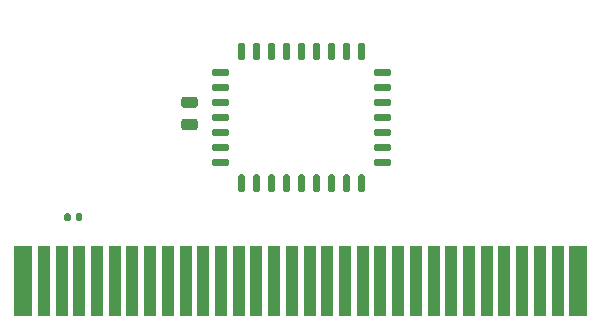
<source format=gtp>
%TF.GenerationSoftware,KiCad,Pcbnew,(5.1.8)-1*%
%TF.CreationDate,2020-12-20T15:01:14+01:00*%
%TF.ProjectId,GBA Cart,47424120-4361-4727-942e-6b696361645f,rev?*%
%TF.SameCoordinates,Original*%
%TF.FileFunction,Paste,Top*%
%TF.FilePolarity,Positive*%
%FSLAX46Y46*%
G04 Gerber Fmt 4.6, Leading zero omitted, Abs format (unit mm)*
G04 Created by KiCad (PCBNEW (5.1.8)-1) date 2020-12-20 15:01:14*
%MOMM*%
%LPD*%
G01*
G04 APERTURE LIST*
%ADD10R,1.500000X6.000000*%
%ADD11R,1.000000X6.000000*%
G04 APERTURE END LIST*
%TO.C,R2*%
G36*
G01*
X31729200Y-48496000D02*
X31729200Y-48151000D01*
G75*
G02*
X31876700Y-48003500I147500J0D01*
G01*
X32171700Y-48003500D01*
G75*
G02*
X32319200Y-48151000I0J-147500D01*
G01*
X32319200Y-48496000D01*
G75*
G02*
X32171700Y-48643500I-147500J0D01*
G01*
X31876700Y-48643500D01*
G75*
G02*
X31729200Y-48496000I0J147500D01*
G01*
G37*
G36*
G01*
X30759200Y-48496000D02*
X30759200Y-48151000D01*
G75*
G02*
X30906700Y-48003500I147500J0D01*
G01*
X31201700Y-48003500D01*
G75*
G02*
X31349200Y-48151000I0J-147500D01*
G01*
X31349200Y-48496000D01*
G75*
G02*
X31201700Y-48643500I-147500J0D01*
G01*
X30906700Y-48643500D01*
G75*
G02*
X30759200Y-48496000I0J147500D01*
G01*
G37*
%TD*%
D10*
%TO.C,J1*%
X74297360Y-53715940D03*
D11*
X72547360Y-53715940D03*
X71047360Y-53715940D03*
X69547360Y-53715940D03*
X68047360Y-53715940D03*
X66547360Y-53715940D03*
X65047360Y-53715940D03*
X63547360Y-53715940D03*
X62047360Y-53715940D03*
X60547360Y-53715940D03*
X59047360Y-53715940D03*
X57547360Y-53715940D03*
X56047360Y-53715940D03*
X54547360Y-53715940D03*
X53047360Y-53715940D03*
X51547360Y-53715940D03*
X50047360Y-53715940D03*
X48547360Y-53715940D03*
X47047360Y-53715940D03*
X45547360Y-53715940D03*
X44047360Y-53715940D03*
X42547360Y-53715940D03*
X41047360Y-53715940D03*
X39547360Y-53715940D03*
X38047360Y-53715940D03*
X36547360Y-53715940D03*
X35047360Y-53715940D03*
X33547360Y-53715940D03*
X32047360Y-53715940D03*
X30547360Y-53715940D03*
X29047360Y-53715940D03*
D10*
X27297360Y-53715940D03*
%TD*%
%TO.C,C1*%
G36*
G01*
X40915250Y-39987700D02*
X41827750Y-39987700D01*
G75*
G02*
X42071500Y-40231450I0J-243750D01*
G01*
X42071500Y-40718950D01*
G75*
G02*
X41827750Y-40962700I-243750J0D01*
G01*
X40915250Y-40962700D01*
G75*
G02*
X40671500Y-40718950I0J243750D01*
G01*
X40671500Y-40231450D01*
G75*
G02*
X40915250Y-39987700I243750J0D01*
G01*
G37*
G36*
G01*
X40915250Y-38112700D02*
X41827750Y-38112700D01*
G75*
G02*
X42071500Y-38356450I0J-243750D01*
G01*
X42071500Y-38843950D01*
G75*
G02*
X41827750Y-39087700I-243750J0D01*
G01*
X40915250Y-39087700D01*
G75*
G02*
X40671500Y-38843950I0J243750D01*
G01*
X40671500Y-38356450D01*
G75*
G02*
X40915250Y-38112700I243750J0D01*
G01*
G37*
%TD*%
%TO.C,U1*%
G36*
G01*
X44613500Y-38908000D02*
X43438500Y-38908000D01*
G75*
G02*
X43288500Y-38758000I0J150000D01*
G01*
X43288500Y-38458000D01*
G75*
G02*
X43438500Y-38308000I150000J0D01*
G01*
X44613500Y-38308000D01*
G75*
G02*
X44763500Y-38458000I0J-150000D01*
G01*
X44763500Y-38758000D01*
G75*
G02*
X44613500Y-38908000I-150000J0D01*
G01*
G37*
G36*
G01*
X44613500Y-37638000D02*
X43438500Y-37638000D01*
G75*
G02*
X43288500Y-37488000I0J150000D01*
G01*
X43288500Y-37188000D01*
G75*
G02*
X43438500Y-37038000I150000J0D01*
G01*
X44613500Y-37038000D01*
G75*
G02*
X44763500Y-37188000I0J-150000D01*
G01*
X44763500Y-37488000D01*
G75*
G02*
X44613500Y-37638000I-150000J0D01*
G01*
G37*
G36*
G01*
X44613500Y-36368000D02*
X43438500Y-36368000D01*
G75*
G02*
X43288500Y-36218000I0J150000D01*
G01*
X43288500Y-35918000D01*
G75*
G02*
X43438500Y-35768000I150000J0D01*
G01*
X44613500Y-35768000D01*
G75*
G02*
X44763500Y-35918000I0J-150000D01*
G01*
X44763500Y-36218000D01*
G75*
G02*
X44613500Y-36368000I-150000J0D01*
G01*
G37*
G36*
G01*
X45933500Y-35053000D02*
X45633500Y-35053000D01*
G75*
G02*
X45483500Y-34903000I0J150000D01*
G01*
X45483500Y-33728000D01*
G75*
G02*
X45633500Y-33578000I150000J0D01*
G01*
X45933500Y-33578000D01*
G75*
G02*
X46083500Y-33728000I0J-150000D01*
G01*
X46083500Y-34903000D01*
G75*
G02*
X45933500Y-35053000I-150000J0D01*
G01*
G37*
G36*
G01*
X47203500Y-35053000D02*
X46903500Y-35053000D01*
G75*
G02*
X46753500Y-34903000I0J150000D01*
G01*
X46753500Y-33728000D01*
G75*
G02*
X46903500Y-33578000I150000J0D01*
G01*
X47203500Y-33578000D01*
G75*
G02*
X47353500Y-33728000I0J-150000D01*
G01*
X47353500Y-34903000D01*
G75*
G02*
X47203500Y-35053000I-150000J0D01*
G01*
G37*
G36*
G01*
X48473500Y-35053000D02*
X48173500Y-35053000D01*
G75*
G02*
X48023500Y-34903000I0J150000D01*
G01*
X48023500Y-33728000D01*
G75*
G02*
X48173500Y-33578000I150000J0D01*
G01*
X48473500Y-33578000D01*
G75*
G02*
X48623500Y-33728000I0J-150000D01*
G01*
X48623500Y-34903000D01*
G75*
G02*
X48473500Y-35053000I-150000J0D01*
G01*
G37*
G36*
G01*
X49743500Y-35053000D02*
X49443500Y-35053000D01*
G75*
G02*
X49293500Y-34903000I0J150000D01*
G01*
X49293500Y-33728000D01*
G75*
G02*
X49443500Y-33578000I150000J0D01*
G01*
X49743500Y-33578000D01*
G75*
G02*
X49893500Y-33728000I0J-150000D01*
G01*
X49893500Y-34903000D01*
G75*
G02*
X49743500Y-35053000I-150000J0D01*
G01*
G37*
G36*
G01*
X51013500Y-35053000D02*
X50713500Y-35053000D01*
G75*
G02*
X50563500Y-34903000I0J150000D01*
G01*
X50563500Y-33728000D01*
G75*
G02*
X50713500Y-33578000I150000J0D01*
G01*
X51013500Y-33578000D01*
G75*
G02*
X51163500Y-33728000I0J-150000D01*
G01*
X51163500Y-34903000D01*
G75*
G02*
X51013500Y-35053000I-150000J0D01*
G01*
G37*
G36*
G01*
X52283500Y-35053000D02*
X51983500Y-35053000D01*
G75*
G02*
X51833500Y-34903000I0J150000D01*
G01*
X51833500Y-33728000D01*
G75*
G02*
X51983500Y-33578000I150000J0D01*
G01*
X52283500Y-33578000D01*
G75*
G02*
X52433500Y-33728000I0J-150000D01*
G01*
X52433500Y-34903000D01*
G75*
G02*
X52283500Y-35053000I-150000J0D01*
G01*
G37*
G36*
G01*
X53553500Y-35053000D02*
X53253500Y-35053000D01*
G75*
G02*
X53103500Y-34903000I0J150000D01*
G01*
X53103500Y-33728000D01*
G75*
G02*
X53253500Y-33578000I150000J0D01*
G01*
X53553500Y-33578000D01*
G75*
G02*
X53703500Y-33728000I0J-150000D01*
G01*
X53703500Y-34903000D01*
G75*
G02*
X53553500Y-35053000I-150000J0D01*
G01*
G37*
G36*
G01*
X54823500Y-35053000D02*
X54523500Y-35053000D01*
G75*
G02*
X54373500Y-34903000I0J150000D01*
G01*
X54373500Y-33728000D01*
G75*
G02*
X54523500Y-33578000I150000J0D01*
G01*
X54823500Y-33578000D01*
G75*
G02*
X54973500Y-33728000I0J-150000D01*
G01*
X54973500Y-34903000D01*
G75*
G02*
X54823500Y-35053000I-150000J0D01*
G01*
G37*
G36*
G01*
X56093500Y-35053000D02*
X55793500Y-35053000D01*
G75*
G02*
X55643500Y-34903000I0J150000D01*
G01*
X55643500Y-33728000D01*
G75*
G02*
X55793500Y-33578000I150000J0D01*
G01*
X56093500Y-33578000D01*
G75*
G02*
X56243500Y-33728000I0J-150000D01*
G01*
X56243500Y-34903000D01*
G75*
G02*
X56093500Y-35053000I-150000J0D01*
G01*
G37*
G36*
G01*
X58288500Y-36368000D02*
X57113500Y-36368000D01*
G75*
G02*
X56963500Y-36218000I0J150000D01*
G01*
X56963500Y-35918000D01*
G75*
G02*
X57113500Y-35768000I150000J0D01*
G01*
X58288500Y-35768000D01*
G75*
G02*
X58438500Y-35918000I0J-150000D01*
G01*
X58438500Y-36218000D01*
G75*
G02*
X58288500Y-36368000I-150000J0D01*
G01*
G37*
G36*
G01*
X58288500Y-37638000D02*
X57113500Y-37638000D01*
G75*
G02*
X56963500Y-37488000I0J150000D01*
G01*
X56963500Y-37188000D01*
G75*
G02*
X57113500Y-37038000I150000J0D01*
G01*
X58288500Y-37038000D01*
G75*
G02*
X58438500Y-37188000I0J-150000D01*
G01*
X58438500Y-37488000D01*
G75*
G02*
X58288500Y-37638000I-150000J0D01*
G01*
G37*
G36*
G01*
X58288500Y-38908000D02*
X57113500Y-38908000D01*
G75*
G02*
X56963500Y-38758000I0J150000D01*
G01*
X56963500Y-38458000D01*
G75*
G02*
X57113500Y-38308000I150000J0D01*
G01*
X58288500Y-38308000D01*
G75*
G02*
X58438500Y-38458000I0J-150000D01*
G01*
X58438500Y-38758000D01*
G75*
G02*
X58288500Y-38908000I-150000J0D01*
G01*
G37*
G36*
G01*
X58288500Y-40178000D02*
X57113500Y-40178000D01*
G75*
G02*
X56963500Y-40028000I0J150000D01*
G01*
X56963500Y-39728000D01*
G75*
G02*
X57113500Y-39578000I150000J0D01*
G01*
X58288500Y-39578000D01*
G75*
G02*
X58438500Y-39728000I0J-150000D01*
G01*
X58438500Y-40028000D01*
G75*
G02*
X58288500Y-40178000I-150000J0D01*
G01*
G37*
G36*
G01*
X58288500Y-41448000D02*
X57113500Y-41448000D01*
G75*
G02*
X56963500Y-41298000I0J150000D01*
G01*
X56963500Y-40998000D01*
G75*
G02*
X57113500Y-40848000I150000J0D01*
G01*
X58288500Y-40848000D01*
G75*
G02*
X58438500Y-40998000I0J-150000D01*
G01*
X58438500Y-41298000D01*
G75*
G02*
X58288500Y-41448000I-150000J0D01*
G01*
G37*
G36*
G01*
X58288500Y-42718000D02*
X57113500Y-42718000D01*
G75*
G02*
X56963500Y-42568000I0J150000D01*
G01*
X56963500Y-42268000D01*
G75*
G02*
X57113500Y-42118000I150000J0D01*
G01*
X58288500Y-42118000D01*
G75*
G02*
X58438500Y-42268000I0J-150000D01*
G01*
X58438500Y-42568000D01*
G75*
G02*
X58288500Y-42718000I-150000J0D01*
G01*
G37*
G36*
G01*
X58288500Y-43988000D02*
X57113500Y-43988000D01*
G75*
G02*
X56963500Y-43838000I0J150000D01*
G01*
X56963500Y-43538000D01*
G75*
G02*
X57113500Y-43388000I150000J0D01*
G01*
X58288500Y-43388000D01*
G75*
G02*
X58438500Y-43538000I0J-150000D01*
G01*
X58438500Y-43838000D01*
G75*
G02*
X58288500Y-43988000I-150000J0D01*
G01*
G37*
G36*
G01*
X56093500Y-46178000D02*
X55793500Y-46178000D01*
G75*
G02*
X55643500Y-46028000I0J150000D01*
G01*
X55643500Y-44853000D01*
G75*
G02*
X55793500Y-44703000I150000J0D01*
G01*
X56093500Y-44703000D01*
G75*
G02*
X56243500Y-44853000I0J-150000D01*
G01*
X56243500Y-46028000D01*
G75*
G02*
X56093500Y-46178000I-150000J0D01*
G01*
G37*
G36*
G01*
X54823500Y-46178000D02*
X54523500Y-46178000D01*
G75*
G02*
X54373500Y-46028000I0J150000D01*
G01*
X54373500Y-44853000D01*
G75*
G02*
X54523500Y-44703000I150000J0D01*
G01*
X54823500Y-44703000D01*
G75*
G02*
X54973500Y-44853000I0J-150000D01*
G01*
X54973500Y-46028000D01*
G75*
G02*
X54823500Y-46178000I-150000J0D01*
G01*
G37*
G36*
G01*
X53553500Y-46178000D02*
X53253500Y-46178000D01*
G75*
G02*
X53103500Y-46028000I0J150000D01*
G01*
X53103500Y-44853000D01*
G75*
G02*
X53253500Y-44703000I150000J0D01*
G01*
X53553500Y-44703000D01*
G75*
G02*
X53703500Y-44853000I0J-150000D01*
G01*
X53703500Y-46028000D01*
G75*
G02*
X53553500Y-46178000I-150000J0D01*
G01*
G37*
G36*
G01*
X52283500Y-46178000D02*
X51983500Y-46178000D01*
G75*
G02*
X51833500Y-46028000I0J150000D01*
G01*
X51833500Y-44853000D01*
G75*
G02*
X51983500Y-44703000I150000J0D01*
G01*
X52283500Y-44703000D01*
G75*
G02*
X52433500Y-44853000I0J-150000D01*
G01*
X52433500Y-46028000D01*
G75*
G02*
X52283500Y-46178000I-150000J0D01*
G01*
G37*
G36*
G01*
X51013500Y-46178000D02*
X50713500Y-46178000D01*
G75*
G02*
X50563500Y-46028000I0J150000D01*
G01*
X50563500Y-44853000D01*
G75*
G02*
X50713500Y-44703000I150000J0D01*
G01*
X51013500Y-44703000D01*
G75*
G02*
X51163500Y-44853000I0J-150000D01*
G01*
X51163500Y-46028000D01*
G75*
G02*
X51013500Y-46178000I-150000J0D01*
G01*
G37*
G36*
G01*
X49743500Y-46178000D02*
X49443500Y-46178000D01*
G75*
G02*
X49293500Y-46028000I0J150000D01*
G01*
X49293500Y-44853000D01*
G75*
G02*
X49443500Y-44703000I150000J0D01*
G01*
X49743500Y-44703000D01*
G75*
G02*
X49893500Y-44853000I0J-150000D01*
G01*
X49893500Y-46028000D01*
G75*
G02*
X49743500Y-46178000I-150000J0D01*
G01*
G37*
G36*
G01*
X48473500Y-46178000D02*
X48173500Y-46178000D01*
G75*
G02*
X48023500Y-46028000I0J150000D01*
G01*
X48023500Y-44853000D01*
G75*
G02*
X48173500Y-44703000I150000J0D01*
G01*
X48473500Y-44703000D01*
G75*
G02*
X48623500Y-44853000I0J-150000D01*
G01*
X48623500Y-46028000D01*
G75*
G02*
X48473500Y-46178000I-150000J0D01*
G01*
G37*
G36*
G01*
X47203500Y-46178000D02*
X46903500Y-46178000D01*
G75*
G02*
X46753500Y-46028000I0J150000D01*
G01*
X46753500Y-44853000D01*
G75*
G02*
X46903500Y-44703000I150000J0D01*
G01*
X47203500Y-44703000D01*
G75*
G02*
X47353500Y-44853000I0J-150000D01*
G01*
X47353500Y-46028000D01*
G75*
G02*
X47203500Y-46178000I-150000J0D01*
G01*
G37*
G36*
G01*
X45933500Y-46178000D02*
X45633500Y-46178000D01*
G75*
G02*
X45483500Y-46028000I0J150000D01*
G01*
X45483500Y-44853000D01*
G75*
G02*
X45633500Y-44703000I150000J0D01*
G01*
X45933500Y-44703000D01*
G75*
G02*
X46083500Y-44853000I0J-150000D01*
G01*
X46083500Y-46028000D01*
G75*
G02*
X45933500Y-46178000I-150000J0D01*
G01*
G37*
G36*
G01*
X44613500Y-43988000D02*
X43438500Y-43988000D01*
G75*
G02*
X43288500Y-43838000I0J150000D01*
G01*
X43288500Y-43538000D01*
G75*
G02*
X43438500Y-43388000I150000J0D01*
G01*
X44613500Y-43388000D01*
G75*
G02*
X44763500Y-43538000I0J-150000D01*
G01*
X44763500Y-43838000D01*
G75*
G02*
X44613500Y-43988000I-150000J0D01*
G01*
G37*
G36*
G01*
X44613500Y-42718000D02*
X43438500Y-42718000D01*
G75*
G02*
X43288500Y-42568000I0J150000D01*
G01*
X43288500Y-42268000D01*
G75*
G02*
X43438500Y-42118000I150000J0D01*
G01*
X44613500Y-42118000D01*
G75*
G02*
X44763500Y-42268000I0J-150000D01*
G01*
X44763500Y-42568000D01*
G75*
G02*
X44613500Y-42718000I-150000J0D01*
G01*
G37*
G36*
G01*
X44613500Y-41448000D02*
X43438500Y-41448000D01*
G75*
G02*
X43288500Y-41298000I0J150000D01*
G01*
X43288500Y-40998000D01*
G75*
G02*
X43438500Y-40848000I150000J0D01*
G01*
X44613500Y-40848000D01*
G75*
G02*
X44763500Y-40998000I0J-150000D01*
G01*
X44763500Y-41298000D01*
G75*
G02*
X44613500Y-41448000I-150000J0D01*
G01*
G37*
G36*
G01*
X44613500Y-40178000D02*
X43438500Y-40178000D01*
G75*
G02*
X43288500Y-40028000I0J150000D01*
G01*
X43288500Y-39728000D01*
G75*
G02*
X43438500Y-39578000I150000J0D01*
G01*
X44613500Y-39578000D01*
G75*
G02*
X44763500Y-39728000I0J-150000D01*
G01*
X44763500Y-40028000D01*
G75*
G02*
X44613500Y-40178000I-150000J0D01*
G01*
G37*
%TD*%
M02*

</source>
